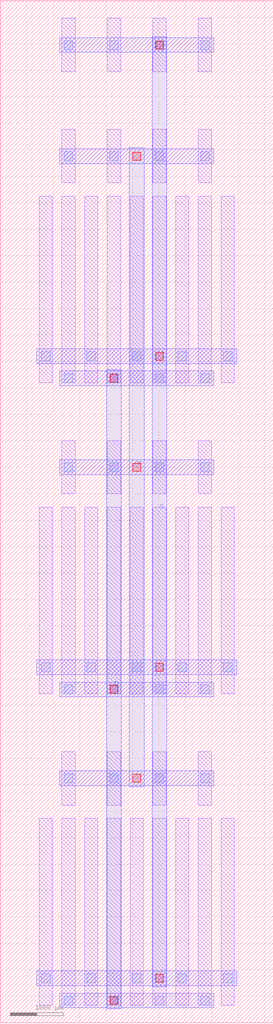
<source format=lef>
MACRO NMOS_S_7151189_X4_Y3
  UNITS 
    DATABASE MICRONS UNITS 1000;
  END UNITS 
  ORIGIN 0 0 ;
  FOREIGN NMOS_S_7151189_X4_Y3 0 0 ;
  SIZE 5160 BY 19320 ;
  PIN D
    DIRECTION INOUT ;
    USE SIGNAL ;
    PORT
      LAYER M3 ;
        RECT 2010 260 2290 12340 ;
    END
  END D
  PIN G
    DIRECTION INOUT ;
    USE SIGNAL ;
    PORT
      LAYER M3 ;
        RECT 2440 4460 2720 16540 ;
    END
  END G
  PIN S
    DIRECTION INOUT ;
    USE SIGNAL ;
    PORT
      LAYER M3 ;
        RECT 2870 680 3150 18640 ;
    END
  END S
  OBS
    LAYER M1 ;
      RECT 1165 335 1415 3865 ;
    LAYER M1 ;
      RECT 1165 4115 1415 5125 ;
    LAYER M1 ;
      RECT 1165 6215 1415 9745 ;
    LAYER M1 ;
      RECT 1165 9995 1415 11005 ;
    LAYER M1 ;
      RECT 1165 12095 1415 15625 ;
    LAYER M1 ;
      RECT 1165 15875 1415 16885 ;
    LAYER M1 ;
      RECT 1165 17975 1415 18985 ;
    LAYER M1 ;
      RECT 735 335 985 3865 ;
    LAYER M1 ;
      RECT 735 6215 985 9745 ;
    LAYER M1 ;
      RECT 735 12095 985 15625 ;
    LAYER M1 ;
      RECT 1595 335 1845 3865 ;
    LAYER M1 ;
      RECT 1595 6215 1845 9745 ;
    LAYER M1 ;
      RECT 1595 12095 1845 15625 ;
    LAYER M1 ;
      RECT 2025 335 2275 3865 ;
    LAYER M1 ;
      RECT 2025 4115 2275 5125 ;
    LAYER M1 ;
      RECT 2025 6215 2275 9745 ;
    LAYER M1 ;
      RECT 2025 9995 2275 11005 ;
    LAYER M1 ;
      RECT 2025 12095 2275 15625 ;
    LAYER M1 ;
      RECT 2025 15875 2275 16885 ;
    LAYER M1 ;
      RECT 2025 17975 2275 18985 ;
    LAYER M1 ;
      RECT 2455 335 2705 3865 ;
    LAYER M1 ;
      RECT 2455 6215 2705 9745 ;
    LAYER M1 ;
      RECT 2455 12095 2705 15625 ;
    LAYER M1 ;
      RECT 2885 335 3135 3865 ;
    LAYER M1 ;
      RECT 2885 4115 3135 5125 ;
    LAYER M1 ;
      RECT 2885 6215 3135 9745 ;
    LAYER M1 ;
      RECT 2885 9995 3135 11005 ;
    LAYER M1 ;
      RECT 2885 12095 3135 15625 ;
    LAYER M1 ;
      RECT 2885 15875 3135 16885 ;
    LAYER M1 ;
      RECT 2885 17975 3135 18985 ;
    LAYER M1 ;
      RECT 3315 335 3565 3865 ;
    LAYER M1 ;
      RECT 3315 6215 3565 9745 ;
    LAYER M1 ;
      RECT 3315 12095 3565 15625 ;
    LAYER M1 ;
      RECT 3745 335 3995 3865 ;
    LAYER M1 ;
      RECT 3745 4115 3995 5125 ;
    LAYER M1 ;
      RECT 3745 6215 3995 9745 ;
    LAYER M1 ;
      RECT 3745 9995 3995 11005 ;
    LAYER M1 ;
      RECT 3745 12095 3995 15625 ;
    LAYER M1 ;
      RECT 3745 15875 3995 16885 ;
    LAYER M1 ;
      RECT 3745 17975 3995 18985 ;
    LAYER M1 ;
      RECT 4175 335 4425 3865 ;
    LAYER M1 ;
      RECT 4175 6215 4425 9745 ;
    LAYER M1 ;
      RECT 4175 12095 4425 15625 ;
    LAYER M2 ;
      RECT 1120 280 4040 560 ;
    LAYER M2 ;
      RECT 1120 4480 4040 4760 ;
    LAYER M2 ;
      RECT 690 700 4470 980 ;
    LAYER M2 ;
      RECT 1120 6160 4040 6440 ;
    LAYER M2 ;
      RECT 1120 10360 4040 10640 ;
    LAYER M2 ;
      RECT 690 6580 4470 6860 ;
    LAYER M2 ;
      RECT 1120 12040 4040 12320 ;
    LAYER M2 ;
      RECT 1120 16240 4040 16520 ;
    LAYER M2 ;
      RECT 690 12460 4470 12740 ;
    LAYER M2 ;
      RECT 1120 18340 4040 18620 ;
    LAYER V1 ;
      RECT 2925 335 3095 505 ;
    LAYER V1 ;
      RECT 2925 4535 3095 4705 ;
    LAYER V1 ;
      RECT 2925 6215 3095 6385 ;
    LAYER V1 ;
      RECT 2925 10415 3095 10585 ;
    LAYER V1 ;
      RECT 2925 12095 3095 12265 ;
    LAYER V1 ;
      RECT 2925 16295 3095 16465 ;
    LAYER V1 ;
      RECT 2925 18395 3095 18565 ;
    LAYER V1 ;
      RECT 3785 335 3955 505 ;
    LAYER V1 ;
      RECT 3785 4535 3955 4705 ;
    LAYER V1 ;
      RECT 3785 6215 3955 6385 ;
    LAYER V1 ;
      RECT 3785 10415 3955 10585 ;
    LAYER V1 ;
      RECT 3785 12095 3955 12265 ;
    LAYER V1 ;
      RECT 3785 16295 3955 16465 ;
    LAYER V1 ;
      RECT 3785 18395 3955 18565 ;
    LAYER V1 ;
      RECT 1205 335 1375 505 ;
    LAYER V1 ;
      RECT 1205 4535 1375 4705 ;
    LAYER V1 ;
      RECT 1205 6215 1375 6385 ;
    LAYER V1 ;
      RECT 1205 10415 1375 10585 ;
    LAYER V1 ;
      RECT 1205 12095 1375 12265 ;
    LAYER V1 ;
      RECT 1205 16295 1375 16465 ;
    LAYER V1 ;
      RECT 1205 18395 1375 18565 ;
    LAYER V1 ;
      RECT 2065 335 2235 505 ;
    LAYER V1 ;
      RECT 2065 4535 2235 4705 ;
    LAYER V1 ;
      RECT 2065 6215 2235 6385 ;
    LAYER V1 ;
      RECT 2065 10415 2235 10585 ;
    LAYER V1 ;
      RECT 2065 12095 2235 12265 ;
    LAYER V1 ;
      RECT 2065 16295 2235 16465 ;
    LAYER V1 ;
      RECT 2065 18395 2235 18565 ;
    LAYER V1 ;
      RECT 775 755 945 925 ;
    LAYER V1 ;
      RECT 775 6635 945 6805 ;
    LAYER V1 ;
      RECT 775 12515 945 12685 ;
    LAYER V1 ;
      RECT 1635 755 1805 925 ;
    LAYER V1 ;
      RECT 1635 6635 1805 6805 ;
    LAYER V1 ;
      RECT 1635 12515 1805 12685 ;
    LAYER V1 ;
      RECT 2495 755 2665 925 ;
    LAYER V1 ;
      RECT 2495 6635 2665 6805 ;
    LAYER V1 ;
      RECT 2495 12515 2665 12685 ;
    LAYER V1 ;
      RECT 3355 755 3525 925 ;
    LAYER V1 ;
      RECT 3355 6635 3525 6805 ;
    LAYER V1 ;
      RECT 3355 12515 3525 12685 ;
    LAYER V1 ;
      RECT 4215 755 4385 925 ;
    LAYER V1 ;
      RECT 4215 6635 4385 6805 ;
    LAYER V1 ;
      RECT 4215 12515 4385 12685 ;
    LAYER V2 ;
      RECT 2075 345 2225 495 ;
    LAYER V2 ;
      RECT 2075 6225 2225 6375 ;
    LAYER V2 ;
      RECT 2075 12105 2225 12255 ;
    LAYER V2 ;
      RECT 2505 4545 2655 4695 ;
    LAYER V2 ;
      RECT 2505 10425 2655 10575 ;
    LAYER V2 ;
      RECT 2505 16305 2655 16455 ;
    LAYER V2 ;
      RECT 2935 765 3085 915 ;
    LAYER V2 ;
      RECT 2935 6645 3085 6795 ;
    LAYER V2 ;
      RECT 2935 12525 3085 12675 ;
    LAYER V2 ;
      RECT 2935 18405 3085 18555 ;
  END
END NMOS_S_7151189_X4_Y3

</source>
